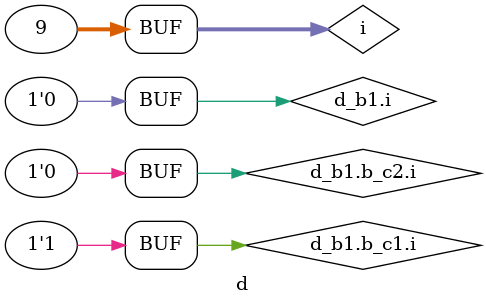
<source format=v>
module top;
  a u_a();
  d u_d();
  initial begin // full path name references each copy of i
    u_a.i = 1;           u_d.i = 5;
    u_a.a_b1.i = 2;      u_d.d_b1.i = 6;
    u_a.a_b1.b_c1.i = 3; u_d.d_b1.b_c1.i = 7;
    u_a.a_b1.b_c2.i = 4; u_d.d_b1.b_c2.i = 8;
  end
endmodule

module a;
   integer i;
   b a_b1();
endmodule

module b;
   integer i;
   c b_c1();
   c b_c2();
   initial begin
      #10 b_c1.i = 2; // downward path references two copies of i
                      // a.a_b1.b_c1.i, d.d_b1.b_c1.i
      //#10 a.i = 3;  // upward reference - ambiguous
      //#10 d.i = 3;  // upward reference - ambiguous
   end
endmodule

module c;
   integer i;
   initial begin
      i = 1; // local name references four copies of i
             // a.a_b1.b_c1.i, a.a_b1.b_c2.i,
             // d.d_b1.b_c1.i, d.d_b1.b_c2.i
      b.i = 1; // upward path references two copies of i
               // a.a_b1.i, d.d_b1.i
   end
endmodule

module d;
  integer i;
  b d_b1();
  initial begin // full path name references each copy of i
    i = 5;
    d_b1.i = 6;
    d_b1.b_c1.i = 7;
    d_b1.b_c2.i = 8;
    d.i = 9;
    d.d_b1.i = 10;
    d.d_b1.b_c1.i = 11;
    d.d_b1.b_c2.i = 12;
  end
endmodule

</source>
